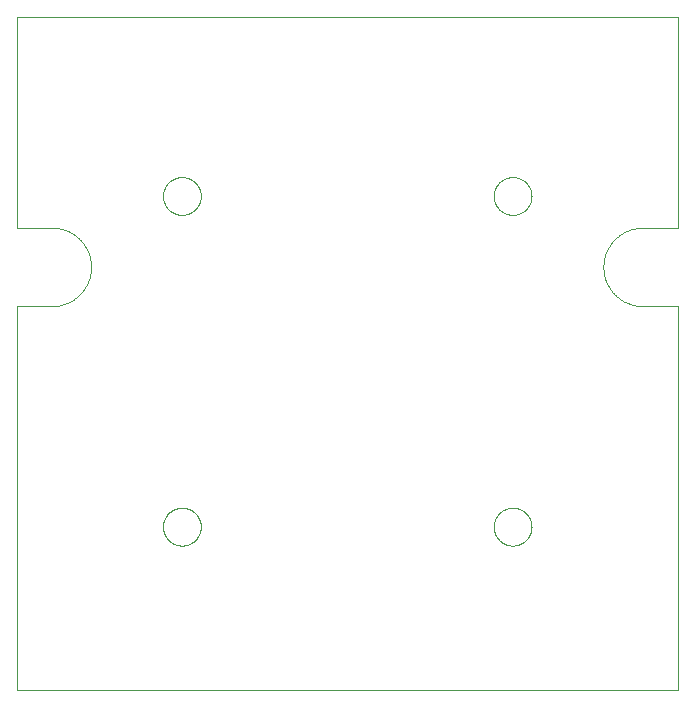
<source format=gbo>
G75*
%MOIN*%
%OFA0B0*%
%FSLAX25Y25*%
%IPPOS*%
%LPD*%
%AMOC8*
5,1,8,0,0,1.08239X$1,22.5*
%
%ADD10C,0.00000*%
D10*
X0022602Y0025558D02*
X0022602Y0153589D01*
X0034413Y0153589D01*
X0034731Y0153593D01*
X0035048Y0153604D01*
X0035366Y0153624D01*
X0035682Y0153651D01*
X0035998Y0153686D01*
X0036313Y0153728D01*
X0036627Y0153778D01*
X0036940Y0153836D01*
X0037251Y0153901D01*
X0037560Y0153974D01*
X0037868Y0154055D01*
X0038173Y0154142D01*
X0038476Y0154238D01*
X0038777Y0154340D01*
X0039075Y0154450D01*
X0039371Y0154567D01*
X0039663Y0154692D01*
X0039953Y0154823D01*
X0040239Y0154961D01*
X0040521Y0155107D01*
X0040800Y0155259D01*
X0041076Y0155418D01*
X0041347Y0155583D01*
X0041614Y0155755D01*
X0041877Y0155934D01*
X0042136Y0156119D01*
X0042389Y0156310D01*
X0042639Y0156507D01*
X0042883Y0156711D01*
X0043122Y0156920D01*
X0043356Y0157135D01*
X0043585Y0157356D01*
X0043808Y0157582D01*
X0044026Y0157813D01*
X0044238Y0158050D01*
X0044445Y0158292D01*
X0044645Y0158538D01*
X0044839Y0158790D01*
X0045027Y0159046D01*
X0045209Y0159307D01*
X0045384Y0159572D01*
X0045553Y0159841D01*
X0045715Y0160115D01*
X0045871Y0160392D01*
X0046020Y0160673D01*
X0046162Y0160957D01*
X0046297Y0161245D01*
X0046424Y0161536D01*
X0046545Y0161830D01*
X0046659Y0162127D01*
X0046765Y0162426D01*
X0046864Y0162728D01*
X0046956Y0163032D01*
X0047040Y0163339D01*
X0047116Y0163647D01*
X0047185Y0163958D01*
X0047247Y0164269D01*
X0047301Y0164583D01*
X0047347Y0164897D01*
X0047386Y0165213D01*
X0047417Y0165529D01*
X0047440Y0165846D01*
X0047455Y0166163D01*
X0047463Y0166481D01*
X0047463Y0166799D01*
X0047455Y0167117D01*
X0047440Y0167434D01*
X0047417Y0167751D01*
X0047386Y0168067D01*
X0047347Y0168383D01*
X0047301Y0168697D01*
X0047247Y0169011D01*
X0047185Y0169322D01*
X0047116Y0169633D01*
X0047040Y0169941D01*
X0046956Y0170248D01*
X0046864Y0170552D01*
X0046765Y0170854D01*
X0046659Y0171153D01*
X0046545Y0171450D01*
X0046424Y0171744D01*
X0046297Y0172035D01*
X0046162Y0172323D01*
X0046020Y0172607D01*
X0045871Y0172888D01*
X0045715Y0173166D01*
X0045553Y0173439D01*
X0045384Y0173708D01*
X0045209Y0173973D01*
X0045027Y0174234D01*
X0044839Y0174490D01*
X0044645Y0174742D01*
X0044445Y0174988D01*
X0044238Y0175230D01*
X0044026Y0175467D01*
X0043808Y0175698D01*
X0043585Y0175924D01*
X0043356Y0176145D01*
X0043122Y0176360D01*
X0042883Y0176569D01*
X0042639Y0176773D01*
X0042389Y0176970D01*
X0042136Y0177161D01*
X0041877Y0177346D01*
X0041614Y0177525D01*
X0041347Y0177697D01*
X0041076Y0177862D01*
X0040800Y0178021D01*
X0040521Y0178173D01*
X0040239Y0178319D01*
X0039953Y0178457D01*
X0039663Y0178588D01*
X0039371Y0178713D01*
X0039075Y0178830D01*
X0038777Y0178940D01*
X0038476Y0179042D01*
X0038173Y0179138D01*
X0037868Y0179225D01*
X0037560Y0179306D01*
X0037251Y0179379D01*
X0036940Y0179444D01*
X0036627Y0179502D01*
X0036313Y0179552D01*
X0035998Y0179594D01*
X0035682Y0179629D01*
X0035366Y0179656D01*
X0035048Y0179676D01*
X0034731Y0179687D01*
X0034413Y0179691D01*
X0034413Y0179692D02*
X0022602Y0179692D01*
X0022602Y0249967D01*
X0243075Y0249967D01*
X0243075Y0179692D01*
X0231263Y0179692D01*
X0231263Y0179691D02*
X0230945Y0179687D01*
X0230628Y0179676D01*
X0230310Y0179656D01*
X0229994Y0179629D01*
X0229678Y0179594D01*
X0229363Y0179552D01*
X0229049Y0179502D01*
X0228736Y0179444D01*
X0228425Y0179379D01*
X0228116Y0179306D01*
X0227808Y0179225D01*
X0227503Y0179138D01*
X0227200Y0179042D01*
X0226899Y0178940D01*
X0226601Y0178830D01*
X0226305Y0178713D01*
X0226013Y0178588D01*
X0225723Y0178457D01*
X0225437Y0178319D01*
X0225155Y0178173D01*
X0224876Y0178021D01*
X0224600Y0177862D01*
X0224329Y0177697D01*
X0224062Y0177525D01*
X0223799Y0177346D01*
X0223540Y0177161D01*
X0223287Y0176970D01*
X0223037Y0176773D01*
X0222793Y0176569D01*
X0222554Y0176360D01*
X0222320Y0176145D01*
X0222091Y0175924D01*
X0221868Y0175698D01*
X0221650Y0175467D01*
X0221438Y0175230D01*
X0221231Y0174988D01*
X0221031Y0174742D01*
X0220837Y0174490D01*
X0220649Y0174234D01*
X0220467Y0173973D01*
X0220292Y0173708D01*
X0220123Y0173439D01*
X0219961Y0173166D01*
X0219805Y0172888D01*
X0219656Y0172607D01*
X0219514Y0172323D01*
X0219379Y0172035D01*
X0219252Y0171744D01*
X0219131Y0171450D01*
X0219017Y0171153D01*
X0218911Y0170854D01*
X0218812Y0170552D01*
X0218720Y0170248D01*
X0218636Y0169941D01*
X0218560Y0169633D01*
X0218491Y0169322D01*
X0218429Y0169011D01*
X0218375Y0168697D01*
X0218329Y0168383D01*
X0218290Y0168067D01*
X0218259Y0167751D01*
X0218236Y0167434D01*
X0218221Y0167117D01*
X0218213Y0166799D01*
X0218213Y0166481D01*
X0218221Y0166163D01*
X0218236Y0165846D01*
X0218259Y0165529D01*
X0218290Y0165213D01*
X0218329Y0164897D01*
X0218375Y0164583D01*
X0218429Y0164269D01*
X0218491Y0163958D01*
X0218560Y0163647D01*
X0218636Y0163339D01*
X0218720Y0163032D01*
X0218812Y0162728D01*
X0218911Y0162426D01*
X0219017Y0162127D01*
X0219131Y0161830D01*
X0219252Y0161536D01*
X0219379Y0161245D01*
X0219514Y0160957D01*
X0219656Y0160673D01*
X0219805Y0160392D01*
X0219961Y0160114D01*
X0220123Y0159841D01*
X0220292Y0159572D01*
X0220467Y0159307D01*
X0220649Y0159046D01*
X0220837Y0158790D01*
X0221031Y0158538D01*
X0221231Y0158292D01*
X0221438Y0158050D01*
X0221650Y0157813D01*
X0221868Y0157582D01*
X0222091Y0157356D01*
X0222320Y0157135D01*
X0222554Y0156920D01*
X0222793Y0156711D01*
X0223037Y0156507D01*
X0223287Y0156310D01*
X0223540Y0156119D01*
X0223799Y0155934D01*
X0224062Y0155755D01*
X0224329Y0155583D01*
X0224600Y0155418D01*
X0224876Y0155259D01*
X0225155Y0155107D01*
X0225437Y0154961D01*
X0225723Y0154823D01*
X0226013Y0154692D01*
X0226305Y0154567D01*
X0226601Y0154450D01*
X0226899Y0154340D01*
X0227200Y0154238D01*
X0227503Y0154142D01*
X0227808Y0154055D01*
X0228116Y0153974D01*
X0228425Y0153901D01*
X0228736Y0153836D01*
X0229049Y0153778D01*
X0229363Y0153728D01*
X0229678Y0153686D01*
X0229994Y0153651D01*
X0230310Y0153624D01*
X0230628Y0153604D01*
X0230945Y0153593D01*
X0231263Y0153589D01*
X0243075Y0153589D01*
X0243075Y0025558D01*
X0022602Y0025558D01*
X0071421Y0080046D02*
X0071423Y0080204D01*
X0071429Y0080362D01*
X0071439Y0080520D01*
X0071453Y0080678D01*
X0071471Y0080835D01*
X0071492Y0080992D01*
X0071518Y0081148D01*
X0071548Y0081304D01*
X0071581Y0081459D01*
X0071619Y0081612D01*
X0071660Y0081765D01*
X0071705Y0081917D01*
X0071754Y0082068D01*
X0071807Y0082217D01*
X0071863Y0082365D01*
X0071923Y0082511D01*
X0071987Y0082656D01*
X0072055Y0082799D01*
X0072126Y0082941D01*
X0072200Y0083081D01*
X0072278Y0083218D01*
X0072360Y0083354D01*
X0072444Y0083488D01*
X0072533Y0083619D01*
X0072624Y0083748D01*
X0072719Y0083875D01*
X0072816Y0084000D01*
X0072917Y0084122D01*
X0073021Y0084241D01*
X0073128Y0084358D01*
X0073238Y0084472D01*
X0073351Y0084583D01*
X0073466Y0084692D01*
X0073584Y0084797D01*
X0073705Y0084899D01*
X0073828Y0084999D01*
X0073954Y0085095D01*
X0074082Y0085188D01*
X0074212Y0085278D01*
X0074345Y0085364D01*
X0074480Y0085448D01*
X0074616Y0085527D01*
X0074755Y0085604D01*
X0074896Y0085676D01*
X0075038Y0085746D01*
X0075182Y0085811D01*
X0075328Y0085873D01*
X0075475Y0085931D01*
X0075624Y0085986D01*
X0075774Y0086037D01*
X0075925Y0086084D01*
X0076077Y0086127D01*
X0076230Y0086166D01*
X0076385Y0086202D01*
X0076540Y0086233D01*
X0076696Y0086261D01*
X0076852Y0086285D01*
X0077009Y0086305D01*
X0077167Y0086321D01*
X0077324Y0086333D01*
X0077483Y0086341D01*
X0077641Y0086345D01*
X0077799Y0086345D01*
X0077957Y0086341D01*
X0078116Y0086333D01*
X0078273Y0086321D01*
X0078431Y0086305D01*
X0078588Y0086285D01*
X0078744Y0086261D01*
X0078900Y0086233D01*
X0079055Y0086202D01*
X0079210Y0086166D01*
X0079363Y0086127D01*
X0079515Y0086084D01*
X0079666Y0086037D01*
X0079816Y0085986D01*
X0079965Y0085931D01*
X0080112Y0085873D01*
X0080258Y0085811D01*
X0080402Y0085746D01*
X0080544Y0085676D01*
X0080685Y0085604D01*
X0080824Y0085527D01*
X0080960Y0085448D01*
X0081095Y0085364D01*
X0081228Y0085278D01*
X0081358Y0085188D01*
X0081486Y0085095D01*
X0081612Y0084999D01*
X0081735Y0084899D01*
X0081856Y0084797D01*
X0081974Y0084692D01*
X0082089Y0084583D01*
X0082202Y0084472D01*
X0082312Y0084358D01*
X0082419Y0084241D01*
X0082523Y0084122D01*
X0082624Y0084000D01*
X0082721Y0083875D01*
X0082816Y0083748D01*
X0082907Y0083619D01*
X0082996Y0083488D01*
X0083080Y0083354D01*
X0083162Y0083218D01*
X0083240Y0083081D01*
X0083314Y0082941D01*
X0083385Y0082799D01*
X0083453Y0082656D01*
X0083517Y0082511D01*
X0083577Y0082365D01*
X0083633Y0082217D01*
X0083686Y0082068D01*
X0083735Y0081917D01*
X0083780Y0081765D01*
X0083821Y0081612D01*
X0083859Y0081459D01*
X0083892Y0081304D01*
X0083922Y0081148D01*
X0083948Y0080992D01*
X0083969Y0080835D01*
X0083987Y0080678D01*
X0084001Y0080520D01*
X0084011Y0080362D01*
X0084017Y0080204D01*
X0084019Y0080046D01*
X0084017Y0079888D01*
X0084011Y0079730D01*
X0084001Y0079572D01*
X0083987Y0079414D01*
X0083969Y0079257D01*
X0083948Y0079100D01*
X0083922Y0078944D01*
X0083892Y0078788D01*
X0083859Y0078633D01*
X0083821Y0078480D01*
X0083780Y0078327D01*
X0083735Y0078175D01*
X0083686Y0078024D01*
X0083633Y0077875D01*
X0083577Y0077727D01*
X0083517Y0077581D01*
X0083453Y0077436D01*
X0083385Y0077293D01*
X0083314Y0077151D01*
X0083240Y0077011D01*
X0083162Y0076874D01*
X0083080Y0076738D01*
X0082996Y0076604D01*
X0082907Y0076473D01*
X0082816Y0076344D01*
X0082721Y0076217D01*
X0082624Y0076092D01*
X0082523Y0075970D01*
X0082419Y0075851D01*
X0082312Y0075734D01*
X0082202Y0075620D01*
X0082089Y0075509D01*
X0081974Y0075400D01*
X0081856Y0075295D01*
X0081735Y0075193D01*
X0081612Y0075093D01*
X0081486Y0074997D01*
X0081358Y0074904D01*
X0081228Y0074814D01*
X0081095Y0074728D01*
X0080960Y0074644D01*
X0080824Y0074565D01*
X0080685Y0074488D01*
X0080544Y0074416D01*
X0080402Y0074346D01*
X0080258Y0074281D01*
X0080112Y0074219D01*
X0079965Y0074161D01*
X0079816Y0074106D01*
X0079666Y0074055D01*
X0079515Y0074008D01*
X0079363Y0073965D01*
X0079210Y0073926D01*
X0079055Y0073890D01*
X0078900Y0073859D01*
X0078744Y0073831D01*
X0078588Y0073807D01*
X0078431Y0073787D01*
X0078273Y0073771D01*
X0078116Y0073759D01*
X0077957Y0073751D01*
X0077799Y0073747D01*
X0077641Y0073747D01*
X0077483Y0073751D01*
X0077324Y0073759D01*
X0077167Y0073771D01*
X0077009Y0073787D01*
X0076852Y0073807D01*
X0076696Y0073831D01*
X0076540Y0073859D01*
X0076385Y0073890D01*
X0076230Y0073926D01*
X0076077Y0073965D01*
X0075925Y0074008D01*
X0075774Y0074055D01*
X0075624Y0074106D01*
X0075475Y0074161D01*
X0075328Y0074219D01*
X0075182Y0074281D01*
X0075038Y0074346D01*
X0074896Y0074416D01*
X0074755Y0074488D01*
X0074616Y0074565D01*
X0074480Y0074644D01*
X0074345Y0074728D01*
X0074212Y0074814D01*
X0074082Y0074904D01*
X0073954Y0074997D01*
X0073828Y0075093D01*
X0073705Y0075193D01*
X0073584Y0075295D01*
X0073466Y0075400D01*
X0073351Y0075509D01*
X0073238Y0075620D01*
X0073128Y0075734D01*
X0073021Y0075851D01*
X0072917Y0075970D01*
X0072816Y0076092D01*
X0072719Y0076217D01*
X0072624Y0076344D01*
X0072533Y0076473D01*
X0072444Y0076604D01*
X0072360Y0076738D01*
X0072278Y0076874D01*
X0072200Y0077011D01*
X0072126Y0077151D01*
X0072055Y0077293D01*
X0071987Y0077436D01*
X0071923Y0077581D01*
X0071863Y0077727D01*
X0071807Y0077875D01*
X0071754Y0078024D01*
X0071705Y0078175D01*
X0071660Y0078327D01*
X0071619Y0078480D01*
X0071581Y0078633D01*
X0071548Y0078788D01*
X0071518Y0078944D01*
X0071492Y0079100D01*
X0071471Y0079257D01*
X0071453Y0079414D01*
X0071439Y0079572D01*
X0071429Y0079730D01*
X0071423Y0079888D01*
X0071421Y0080046D01*
X0071421Y0190282D02*
X0071423Y0190440D01*
X0071429Y0190598D01*
X0071439Y0190756D01*
X0071453Y0190914D01*
X0071471Y0191071D01*
X0071492Y0191228D01*
X0071518Y0191384D01*
X0071548Y0191540D01*
X0071581Y0191695D01*
X0071619Y0191848D01*
X0071660Y0192001D01*
X0071705Y0192153D01*
X0071754Y0192304D01*
X0071807Y0192453D01*
X0071863Y0192601D01*
X0071923Y0192747D01*
X0071987Y0192892D01*
X0072055Y0193035D01*
X0072126Y0193177D01*
X0072200Y0193317D01*
X0072278Y0193454D01*
X0072360Y0193590D01*
X0072444Y0193724D01*
X0072533Y0193855D01*
X0072624Y0193984D01*
X0072719Y0194111D01*
X0072816Y0194236D01*
X0072917Y0194358D01*
X0073021Y0194477D01*
X0073128Y0194594D01*
X0073238Y0194708D01*
X0073351Y0194819D01*
X0073466Y0194928D01*
X0073584Y0195033D01*
X0073705Y0195135D01*
X0073828Y0195235D01*
X0073954Y0195331D01*
X0074082Y0195424D01*
X0074212Y0195514D01*
X0074345Y0195600D01*
X0074480Y0195684D01*
X0074616Y0195763D01*
X0074755Y0195840D01*
X0074896Y0195912D01*
X0075038Y0195982D01*
X0075182Y0196047D01*
X0075328Y0196109D01*
X0075475Y0196167D01*
X0075624Y0196222D01*
X0075774Y0196273D01*
X0075925Y0196320D01*
X0076077Y0196363D01*
X0076230Y0196402D01*
X0076385Y0196438D01*
X0076540Y0196469D01*
X0076696Y0196497D01*
X0076852Y0196521D01*
X0077009Y0196541D01*
X0077167Y0196557D01*
X0077324Y0196569D01*
X0077483Y0196577D01*
X0077641Y0196581D01*
X0077799Y0196581D01*
X0077957Y0196577D01*
X0078116Y0196569D01*
X0078273Y0196557D01*
X0078431Y0196541D01*
X0078588Y0196521D01*
X0078744Y0196497D01*
X0078900Y0196469D01*
X0079055Y0196438D01*
X0079210Y0196402D01*
X0079363Y0196363D01*
X0079515Y0196320D01*
X0079666Y0196273D01*
X0079816Y0196222D01*
X0079965Y0196167D01*
X0080112Y0196109D01*
X0080258Y0196047D01*
X0080402Y0195982D01*
X0080544Y0195912D01*
X0080685Y0195840D01*
X0080824Y0195763D01*
X0080960Y0195684D01*
X0081095Y0195600D01*
X0081228Y0195514D01*
X0081358Y0195424D01*
X0081486Y0195331D01*
X0081612Y0195235D01*
X0081735Y0195135D01*
X0081856Y0195033D01*
X0081974Y0194928D01*
X0082089Y0194819D01*
X0082202Y0194708D01*
X0082312Y0194594D01*
X0082419Y0194477D01*
X0082523Y0194358D01*
X0082624Y0194236D01*
X0082721Y0194111D01*
X0082816Y0193984D01*
X0082907Y0193855D01*
X0082996Y0193724D01*
X0083080Y0193590D01*
X0083162Y0193454D01*
X0083240Y0193317D01*
X0083314Y0193177D01*
X0083385Y0193035D01*
X0083453Y0192892D01*
X0083517Y0192747D01*
X0083577Y0192601D01*
X0083633Y0192453D01*
X0083686Y0192304D01*
X0083735Y0192153D01*
X0083780Y0192001D01*
X0083821Y0191848D01*
X0083859Y0191695D01*
X0083892Y0191540D01*
X0083922Y0191384D01*
X0083948Y0191228D01*
X0083969Y0191071D01*
X0083987Y0190914D01*
X0084001Y0190756D01*
X0084011Y0190598D01*
X0084017Y0190440D01*
X0084019Y0190282D01*
X0084017Y0190124D01*
X0084011Y0189966D01*
X0084001Y0189808D01*
X0083987Y0189650D01*
X0083969Y0189493D01*
X0083948Y0189336D01*
X0083922Y0189180D01*
X0083892Y0189024D01*
X0083859Y0188869D01*
X0083821Y0188716D01*
X0083780Y0188563D01*
X0083735Y0188411D01*
X0083686Y0188260D01*
X0083633Y0188111D01*
X0083577Y0187963D01*
X0083517Y0187817D01*
X0083453Y0187672D01*
X0083385Y0187529D01*
X0083314Y0187387D01*
X0083240Y0187247D01*
X0083162Y0187110D01*
X0083080Y0186974D01*
X0082996Y0186840D01*
X0082907Y0186709D01*
X0082816Y0186580D01*
X0082721Y0186453D01*
X0082624Y0186328D01*
X0082523Y0186206D01*
X0082419Y0186087D01*
X0082312Y0185970D01*
X0082202Y0185856D01*
X0082089Y0185745D01*
X0081974Y0185636D01*
X0081856Y0185531D01*
X0081735Y0185429D01*
X0081612Y0185329D01*
X0081486Y0185233D01*
X0081358Y0185140D01*
X0081228Y0185050D01*
X0081095Y0184964D01*
X0080960Y0184880D01*
X0080824Y0184801D01*
X0080685Y0184724D01*
X0080544Y0184652D01*
X0080402Y0184582D01*
X0080258Y0184517D01*
X0080112Y0184455D01*
X0079965Y0184397D01*
X0079816Y0184342D01*
X0079666Y0184291D01*
X0079515Y0184244D01*
X0079363Y0184201D01*
X0079210Y0184162D01*
X0079055Y0184126D01*
X0078900Y0184095D01*
X0078744Y0184067D01*
X0078588Y0184043D01*
X0078431Y0184023D01*
X0078273Y0184007D01*
X0078116Y0183995D01*
X0077957Y0183987D01*
X0077799Y0183983D01*
X0077641Y0183983D01*
X0077483Y0183987D01*
X0077324Y0183995D01*
X0077167Y0184007D01*
X0077009Y0184023D01*
X0076852Y0184043D01*
X0076696Y0184067D01*
X0076540Y0184095D01*
X0076385Y0184126D01*
X0076230Y0184162D01*
X0076077Y0184201D01*
X0075925Y0184244D01*
X0075774Y0184291D01*
X0075624Y0184342D01*
X0075475Y0184397D01*
X0075328Y0184455D01*
X0075182Y0184517D01*
X0075038Y0184582D01*
X0074896Y0184652D01*
X0074755Y0184724D01*
X0074616Y0184801D01*
X0074480Y0184880D01*
X0074345Y0184964D01*
X0074212Y0185050D01*
X0074082Y0185140D01*
X0073954Y0185233D01*
X0073828Y0185329D01*
X0073705Y0185429D01*
X0073584Y0185531D01*
X0073466Y0185636D01*
X0073351Y0185745D01*
X0073238Y0185856D01*
X0073128Y0185970D01*
X0073021Y0186087D01*
X0072917Y0186206D01*
X0072816Y0186328D01*
X0072719Y0186453D01*
X0072624Y0186580D01*
X0072533Y0186709D01*
X0072444Y0186840D01*
X0072360Y0186974D01*
X0072278Y0187110D01*
X0072200Y0187247D01*
X0072126Y0187387D01*
X0072055Y0187529D01*
X0071987Y0187672D01*
X0071923Y0187817D01*
X0071863Y0187963D01*
X0071807Y0188111D01*
X0071754Y0188260D01*
X0071705Y0188411D01*
X0071660Y0188563D01*
X0071619Y0188716D01*
X0071581Y0188869D01*
X0071548Y0189024D01*
X0071518Y0189180D01*
X0071492Y0189336D01*
X0071471Y0189493D01*
X0071453Y0189650D01*
X0071439Y0189808D01*
X0071429Y0189966D01*
X0071423Y0190124D01*
X0071421Y0190282D01*
X0181657Y0190282D02*
X0181659Y0190440D01*
X0181665Y0190598D01*
X0181675Y0190756D01*
X0181689Y0190914D01*
X0181707Y0191071D01*
X0181728Y0191228D01*
X0181754Y0191384D01*
X0181784Y0191540D01*
X0181817Y0191695D01*
X0181855Y0191848D01*
X0181896Y0192001D01*
X0181941Y0192153D01*
X0181990Y0192304D01*
X0182043Y0192453D01*
X0182099Y0192601D01*
X0182159Y0192747D01*
X0182223Y0192892D01*
X0182291Y0193035D01*
X0182362Y0193177D01*
X0182436Y0193317D01*
X0182514Y0193454D01*
X0182596Y0193590D01*
X0182680Y0193724D01*
X0182769Y0193855D01*
X0182860Y0193984D01*
X0182955Y0194111D01*
X0183052Y0194236D01*
X0183153Y0194358D01*
X0183257Y0194477D01*
X0183364Y0194594D01*
X0183474Y0194708D01*
X0183587Y0194819D01*
X0183702Y0194928D01*
X0183820Y0195033D01*
X0183941Y0195135D01*
X0184064Y0195235D01*
X0184190Y0195331D01*
X0184318Y0195424D01*
X0184448Y0195514D01*
X0184581Y0195600D01*
X0184716Y0195684D01*
X0184852Y0195763D01*
X0184991Y0195840D01*
X0185132Y0195912D01*
X0185274Y0195982D01*
X0185418Y0196047D01*
X0185564Y0196109D01*
X0185711Y0196167D01*
X0185860Y0196222D01*
X0186010Y0196273D01*
X0186161Y0196320D01*
X0186313Y0196363D01*
X0186466Y0196402D01*
X0186621Y0196438D01*
X0186776Y0196469D01*
X0186932Y0196497D01*
X0187088Y0196521D01*
X0187245Y0196541D01*
X0187403Y0196557D01*
X0187560Y0196569D01*
X0187719Y0196577D01*
X0187877Y0196581D01*
X0188035Y0196581D01*
X0188193Y0196577D01*
X0188352Y0196569D01*
X0188509Y0196557D01*
X0188667Y0196541D01*
X0188824Y0196521D01*
X0188980Y0196497D01*
X0189136Y0196469D01*
X0189291Y0196438D01*
X0189446Y0196402D01*
X0189599Y0196363D01*
X0189751Y0196320D01*
X0189902Y0196273D01*
X0190052Y0196222D01*
X0190201Y0196167D01*
X0190348Y0196109D01*
X0190494Y0196047D01*
X0190638Y0195982D01*
X0190780Y0195912D01*
X0190921Y0195840D01*
X0191060Y0195763D01*
X0191196Y0195684D01*
X0191331Y0195600D01*
X0191464Y0195514D01*
X0191594Y0195424D01*
X0191722Y0195331D01*
X0191848Y0195235D01*
X0191971Y0195135D01*
X0192092Y0195033D01*
X0192210Y0194928D01*
X0192325Y0194819D01*
X0192438Y0194708D01*
X0192548Y0194594D01*
X0192655Y0194477D01*
X0192759Y0194358D01*
X0192860Y0194236D01*
X0192957Y0194111D01*
X0193052Y0193984D01*
X0193143Y0193855D01*
X0193232Y0193724D01*
X0193316Y0193590D01*
X0193398Y0193454D01*
X0193476Y0193317D01*
X0193550Y0193177D01*
X0193621Y0193035D01*
X0193689Y0192892D01*
X0193753Y0192747D01*
X0193813Y0192601D01*
X0193869Y0192453D01*
X0193922Y0192304D01*
X0193971Y0192153D01*
X0194016Y0192001D01*
X0194057Y0191848D01*
X0194095Y0191695D01*
X0194128Y0191540D01*
X0194158Y0191384D01*
X0194184Y0191228D01*
X0194205Y0191071D01*
X0194223Y0190914D01*
X0194237Y0190756D01*
X0194247Y0190598D01*
X0194253Y0190440D01*
X0194255Y0190282D01*
X0194253Y0190124D01*
X0194247Y0189966D01*
X0194237Y0189808D01*
X0194223Y0189650D01*
X0194205Y0189493D01*
X0194184Y0189336D01*
X0194158Y0189180D01*
X0194128Y0189024D01*
X0194095Y0188869D01*
X0194057Y0188716D01*
X0194016Y0188563D01*
X0193971Y0188411D01*
X0193922Y0188260D01*
X0193869Y0188111D01*
X0193813Y0187963D01*
X0193753Y0187817D01*
X0193689Y0187672D01*
X0193621Y0187529D01*
X0193550Y0187387D01*
X0193476Y0187247D01*
X0193398Y0187110D01*
X0193316Y0186974D01*
X0193232Y0186840D01*
X0193143Y0186709D01*
X0193052Y0186580D01*
X0192957Y0186453D01*
X0192860Y0186328D01*
X0192759Y0186206D01*
X0192655Y0186087D01*
X0192548Y0185970D01*
X0192438Y0185856D01*
X0192325Y0185745D01*
X0192210Y0185636D01*
X0192092Y0185531D01*
X0191971Y0185429D01*
X0191848Y0185329D01*
X0191722Y0185233D01*
X0191594Y0185140D01*
X0191464Y0185050D01*
X0191331Y0184964D01*
X0191196Y0184880D01*
X0191060Y0184801D01*
X0190921Y0184724D01*
X0190780Y0184652D01*
X0190638Y0184582D01*
X0190494Y0184517D01*
X0190348Y0184455D01*
X0190201Y0184397D01*
X0190052Y0184342D01*
X0189902Y0184291D01*
X0189751Y0184244D01*
X0189599Y0184201D01*
X0189446Y0184162D01*
X0189291Y0184126D01*
X0189136Y0184095D01*
X0188980Y0184067D01*
X0188824Y0184043D01*
X0188667Y0184023D01*
X0188509Y0184007D01*
X0188352Y0183995D01*
X0188193Y0183987D01*
X0188035Y0183983D01*
X0187877Y0183983D01*
X0187719Y0183987D01*
X0187560Y0183995D01*
X0187403Y0184007D01*
X0187245Y0184023D01*
X0187088Y0184043D01*
X0186932Y0184067D01*
X0186776Y0184095D01*
X0186621Y0184126D01*
X0186466Y0184162D01*
X0186313Y0184201D01*
X0186161Y0184244D01*
X0186010Y0184291D01*
X0185860Y0184342D01*
X0185711Y0184397D01*
X0185564Y0184455D01*
X0185418Y0184517D01*
X0185274Y0184582D01*
X0185132Y0184652D01*
X0184991Y0184724D01*
X0184852Y0184801D01*
X0184716Y0184880D01*
X0184581Y0184964D01*
X0184448Y0185050D01*
X0184318Y0185140D01*
X0184190Y0185233D01*
X0184064Y0185329D01*
X0183941Y0185429D01*
X0183820Y0185531D01*
X0183702Y0185636D01*
X0183587Y0185745D01*
X0183474Y0185856D01*
X0183364Y0185970D01*
X0183257Y0186087D01*
X0183153Y0186206D01*
X0183052Y0186328D01*
X0182955Y0186453D01*
X0182860Y0186580D01*
X0182769Y0186709D01*
X0182680Y0186840D01*
X0182596Y0186974D01*
X0182514Y0187110D01*
X0182436Y0187247D01*
X0182362Y0187387D01*
X0182291Y0187529D01*
X0182223Y0187672D01*
X0182159Y0187817D01*
X0182099Y0187963D01*
X0182043Y0188111D01*
X0181990Y0188260D01*
X0181941Y0188411D01*
X0181896Y0188563D01*
X0181855Y0188716D01*
X0181817Y0188869D01*
X0181784Y0189024D01*
X0181754Y0189180D01*
X0181728Y0189336D01*
X0181707Y0189493D01*
X0181689Y0189650D01*
X0181675Y0189808D01*
X0181665Y0189966D01*
X0181659Y0190124D01*
X0181657Y0190282D01*
X0181657Y0080046D02*
X0181659Y0080204D01*
X0181665Y0080362D01*
X0181675Y0080520D01*
X0181689Y0080678D01*
X0181707Y0080835D01*
X0181728Y0080992D01*
X0181754Y0081148D01*
X0181784Y0081304D01*
X0181817Y0081459D01*
X0181855Y0081612D01*
X0181896Y0081765D01*
X0181941Y0081917D01*
X0181990Y0082068D01*
X0182043Y0082217D01*
X0182099Y0082365D01*
X0182159Y0082511D01*
X0182223Y0082656D01*
X0182291Y0082799D01*
X0182362Y0082941D01*
X0182436Y0083081D01*
X0182514Y0083218D01*
X0182596Y0083354D01*
X0182680Y0083488D01*
X0182769Y0083619D01*
X0182860Y0083748D01*
X0182955Y0083875D01*
X0183052Y0084000D01*
X0183153Y0084122D01*
X0183257Y0084241D01*
X0183364Y0084358D01*
X0183474Y0084472D01*
X0183587Y0084583D01*
X0183702Y0084692D01*
X0183820Y0084797D01*
X0183941Y0084899D01*
X0184064Y0084999D01*
X0184190Y0085095D01*
X0184318Y0085188D01*
X0184448Y0085278D01*
X0184581Y0085364D01*
X0184716Y0085448D01*
X0184852Y0085527D01*
X0184991Y0085604D01*
X0185132Y0085676D01*
X0185274Y0085746D01*
X0185418Y0085811D01*
X0185564Y0085873D01*
X0185711Y0085931D01*
X0185860Y0085986D01*
X0186010Y0086037D01*
X0186161Y0086084D01*
X0186313Y0086127D01*
X0186466Y0086166D01*
X0186621Y0086202D01*
X0186776Y0086233D01*
X0186932Y0086261D01*
X0187088Y0086285D01*
X0187245Y0086305D01*
X0187403Y0086321D01*
X0187560Y0086333D01*
X0187719Y0086341D01*
X0187877Y0086345D01*
X0188035Y0086345D01*
X0188193Y0086341D01*
X0188352Y0086333D01*
X0188509Y0086321D01*
X0188667Y0086305D01*
X0188824Y0086285D01*
X0188980Y0086261D01*
X0189136Y0086233D01*
X0189291Y0086202D01*
X0189446Y0086166D01*
X0189599Y0086127D01*
X0189751Y0086084D01*
X0189902Y0086037D01*
X0190052Y0085986D01*
X0190201Y0085931D01*
X0190348Y0085873D01*
X0190494Y0085811D01*
X0190638Y0085746D01*
X0190780Y0085676D01*
X0190921Y0085604D01*
X0191060Y0085527D01*
X0191196Y0085448D01*
X0191331Y0085364D01*
X0191464Y0085278D01*
X0191594Y0085188D01*
X0191722Y0085095D01*
X0191848Y0084999D01*
X0191971Y0084899D01*
X0192092Y0084797D01*
X0192210Y0084692D01*
X0192325Y0084583D01*
X0192438Y0084472D01*
X0192548Y0084358D01*
X0192655Y0084241D01*
X0192759Y0084122D01*
X0192860Y0084000D01*
X0192957Y0083875D01*
X0193052Y0083748D01*
X0193143Y0083619D01*
X0193232Y0083488D01*
X0193316Y0083354D01*
X0193398Y0083218D01*
X0193476Y0083081D01*
X0193550Y0082941D01*
X0193621Y0082799D01*
X0193689Y0082656D01*
X0193753Y0082511D01*
X0193813Y0082365D01*
X0193869Y0082217D01*
X0193922Y0082068D01*
X0193971Y0081917D01*
X0194016Y0081765D01*
X0194057Y0081612D01*
X0194095Y0081459D01*
X0194128Y0081304D01*
X0194158Y0081148D01*
X0194184Y0080992D01*
X0194205Y0080835D01*
X0194223Y0080678D01*
X0194237Y0080520D01*
X0194247Y0080362D01*
X0194253Y0080204D01*
X0194255Y0080046D01*
X0194253Y0079888D01*
X0194247Y0079730D01*
X0194237Y0079572D01*
X0194223Y0079414D01*
X0194205Y0079257D01*
X0194184Y0079100D01*
X0194158Y0078944D01*
X0194128Y0078788D01*
X0194095Y0078633D01*
X0194057Y0078480D01*
X0194016Y0078327D01*
X0193971Y0078175D01*
X0193922Y0078024D01*
X0193869Y0077875D01*
X0193813Y0077727D01*
X0193753Y0077581D01*
X0193689Y0077436D01*
X0193621Y0077293D01*
X0193550Y0077151D01*
X0193476Y0077011D01*
X0193398Y0076874D01*
X0193316Y0076738D01*
X0193232Y0076604D01*
X0193143Y0076473D01*
X0193052Y0076344D01*
X0192957Y0076217D01*
X0192860Y0076092D01*
X0192759Y0075970D01*
X0192655Y0075851D01*
X0192548Y0075734D01*
X0192438Y0075620D01*
X0192325Y0075509D01*
X0192210Y0075400D01*
X0192092Y0075295D01*
X0191971Y0075193D01*
X0191848Y0075093D01*
X0191722Y0074997D01*
X0191594Y0074904D01*
X0191464Y0074814D01*
X0191331Y0074728D01*
X0191196Y0074644D01*
X0191060Y0074565D01*
X0190921Y0074488D01*
X0190780Y0074416D01*
X0190638Y0074346D01*
X0190494Y0074281D01*
X0190348Y0074219D01*
X0190201Y0074161D01*
X0190052Y0074106D01*
X0189902Y0074055D01*
X0189751Y0074008D01*
X0189599Y0073965D01*
X0189446Y0073926D01*
X0189291Y0073890D01*
X0189136Y0073859D01*
X0188980Y0073831D01*
X0188824Y0073807D01*
X0188667Y0073787D01*
X0188509Y0073771D01*
X0188352Y0073759D01*
X0188193Y0073751D01*
X0188035Y0073747D01*
X0187877Y0073747D01*
X0187719Y0073751D01*
X0187560Y0073759D01*
X0187403Y0073771D01*
X0187245Y0073787D01*
X0187088Y0073807D01*
X0186932Y0073831D01*
X0186776Y0073859D01*
X0186621Y0073890D01*
X0186466Y0073926D01*
X0186313Y0073965D01*
X0186161Y0074008D01*
X0186010Y0074055D01*
X0185860Y0074106D01*
X0185711Y0074161D01*
X0185564Y0074219D01*
X0185418Y0074281D01*
X0185274Y0074346D01*
X0185132Y0074416D01*
X0184991Y0074488D01*
X0184852Y0074565D01*
X0184716Y0074644D01*
X0184581Y0074728D01*
X0184448Y0074814D01*
X0184318Y0074904D01*
X0184190Y0074997D01*
X0184064Y0075093D01*
X0183941Y0075193D01*
X0183820Y0075295D01*
X0183702Y0075400D01*
X0183587Y0075509D01*
X0183474Y0075620D01*
X0183364Y0075734D01*
X0183257Y0075851D01*
X0183153Y0075970D01*
X0183052Y0076092D01*
X0182955Y0076217D01*
X0182860Y0076344D01*
X0182769Y0076473D01*
X0182680Y0076604D01*
X0182596Y0076738D01*
X0182514Y0076874D01*
X0182436Y0077011D01*
X0182362Y0077151D01*
X0182291Y0077293D01*
X0182223Y0077436D01*
X0182159Y0077581D01*
X0182099Y0077727D01*
X0182043Y0077875D01*
X0181990Y0078024D01*
X0181941Y0078175D01*
X0181896Y0078327D01*
X0181855Y0078480D01*
X0181817Y0078633D01*
X0181784Y0078788D01*
X0181754Y0078944D01*
X0181728Y0079100D01*
X0181707Y0079257D01*
X0181689Y0079414D01*
X0181675Y0079572D01*
X0181665Y0079730D01*
X0181659Y0079888D01*
X0181657Y0080046D01*
M02*

</source>
